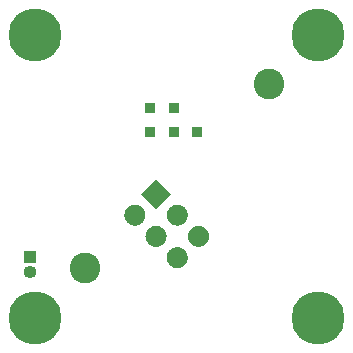
<source format=gbr>
%TF.GenerationSoftware,KiCad,Pcbnew,(5.1.6)-1*%
%TF.CreationDate,2021-01-25T18:01:45+00:00*%
%TF.ProjectId,Illum,496c6c75-6d2e-46b6-9963-61645f706362,rev?*%
%TF.SameCoordinates,Original*%
%TF.FileFunction,Soldermask,Bot*%
%TF.FilePolarity,Negative*%
%FSLAX46Y46*%
G04 Gerber Fmt 4.6, Leading zero omitted, Abs format (unit mm)*
G04 Created by KiCad (PCBNEW (5.1.6)-1) date 2021-01-25 18:01:45*
%MOMM*%
%LPD*%
G01*
G04 APERTURE LIST*
%ADD10R,0.950000X0.950000*%
%ADD11O,1.100000X1.100000*%
%ADD12R,1.100000X1.100000*%
%ADD13C,0.100000*%
%ADD14C,0.800000*%
%ADD15C,4.500000*%
%ADD16C,2.600000*%
G04 APERTURE END LIST*
D10*
%TO.C,TP5*%
X115750000Y-102250000D03*
%TD*%
%TO.C,TP4*%
X113750000Y-102250000D03*
%TD*%
%TO.C,TP3*%
X111750000Y-102250000D03*
%TD*%
%TO.C,TP2*%
X113750000Y-100250000D03*
%TD*%
%TO.C,TP1*%
X111750000Y-100250000D03*
%TD*%
D11*
%TO.C,J1*%
X101600000Y-114070000D03*
D12*
X101600000Y-112800000D03*
%TD*%
%TO.C,J2*%
G36*
G01*
X114682447Y-112251758D02*
X114682447Y-112251758D01*
G75*
G02*
X114682447Y-113524550I-636396J-636396D01*
G01*
X114682447Y-113524550D01*
G75*
G02*
X113409655Y-113524550I-636396J636396D01*
G01*
X113409655Y-113524550D01*
G75*
G02*
X113409655Y-112251758I636396J636396D01*
G01*
X113409655Y-112251758D01*
G75*
G02*
X114682447Y-112251758I636396J-636396D01*
G01*
G37*
G36*
G01*
X116478498Y-110455706D02*
X116478498Y-110455706D01*
G75*
G02*
X116478498Y-111728498I-636396J-636396D01*
G01*
X116478498Y-111728498D01*
G75*
G02*
X115205706Y-111728498I-636396J636396D01*
G01*
X115205706Y-111728498D01*
G75*
G02*
X115205706Y-110455706I636396J636396D01*
G01*
X115205706Y-110455706D01*
G75*
G02*
X116478498Y-110455706I636396J-636396D01*
G01*
G37*
G36*
G01*
X112886396Y-110455706D02*
X112886396Y-110455706D01*
G75*
G02*
X112886396Y-111728498I-636396J-636396D01*
G01*
X112886396Y-111728498D01*
G75*
G02*
X111613604Y-111728498I-636396J636396D01*
G01*
X111613604Y-111728498D01*
G75*
G02*
X111613604Y-110455706I636396J636396D01*
G01*
X111613604Y-110455706D01*
G75*
G02*
X112886396Y-110455706I636396J-636396D01*
G01*
G37*
G36*
G01*
X114682447Y-108659655D02*
X114682447Y-108659655D01*
G75*
G02*
X114682447Y-109932447I-636396J-636396D01*
G01*
X114682447Y-109932447D01*
G75*
G02*
X113409655Y-109932447I-636396J636396D01*
G01*
X113409655Y-109932447D01*
G75*
G02*
X113409655Y-108659655I636396J636396D01*
G01*
X113409655Y-108659655D01*
G75*
G02*
X114682447Y-108659655I636396J-636396D01*
G01*
G37*
G36*
G01*
X111090345Y-108659655D02*
X111090345Y-108659655D01*
G75*
G02*
X111090345Y-109932447I-636396J-636396D01*
G01*
X111090345Y-109932447D01*
G75*
G02*
X109817553Y-109932447I-636396J636396D01*
G01*
X109817553Y-109932447D01*
G75*
G02*
X109817553Y-108659655I636396J636396D01*
G01*
X109817553Y-108659655D01*
G75*
G02*
X111090345Y-108659655I636396J-636396D01*
G01*
G37*
D13*
G36*
X112250000Y-106227208D02*
G01*
X113522792Y-107500000D01*
X112250000Y-108772792D01*
X110977208Y-107500000D01*
X112250000Y-106227208D01*
G37*
%TD*%
D14*
%TO.C,H4*%
X127166726Y-116833274D03*
X126000000Y-116350000D03*
X124833274Y-116833274D03*
X124350000Y-118000000D03*
X124833274Y-119166726D03*
X126000000Y-119650000D03*
X127166726Y-119166726D03*
X127650000Y-118000000D03*
D15*
X126000000Y-118000000D03*
%TD*%
D14*
%TO.C,H3*%
X103166726Y-116833274D03*
X102000000Y-116350000D03*
X100833274Y-116833274D03*
X100350000Y-118000000D03*
X100833274Y-119166726D03*
X102000000Y-119650000D03*
X103166726Y-119166726D03*
X103650000Y-118000000D03*
D15*
X102000000Y-118000000D03*
%TD*%
D14*
%TO.C,H2*%
X127166726Y-92833274D03*
X126000000Y-92350000D03*
X124833274Y-92833274D03*
X124350000Y-94000000D03*
X124833274Y-95166726D03*
X126000000Y-95650000D03*
X127166726Y-95166726D03*
X127650000Y-94000000D03*
D15*
X126000000Y-94000000D03*
%TD*%
D14*
%TO.C,H1*%
X103166726Y-92833274D03*
X102000000Y-92350000D03*
X100833274Y-92833274D03*
X100350000Y-94000000D03*
X100833274Y-95166726D03*
X102000000Y-95650000D03*
X103166726Y-95166726D03*
X103650000Y-94000000D03*
D15*
X102000000Y-94000000D03*
%TD*%
D16*
%TO.C,U1*%
X121778175Y-98221825D03*
X106221825Y-113778175D03*
%TD*%
M02*

</source>
